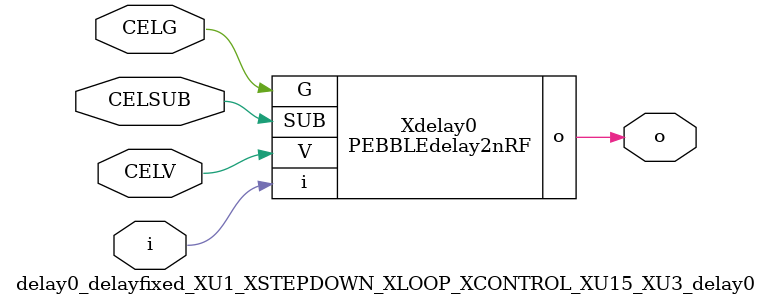
<source format=v>



module PEBBLEdelay2nRF ( o, V, G, i, SUB );

  input V;
  input i;
  input G;
  output o;
  input SUB;
endmodule

//Celera Confidential Do Not Copy delay0_delayfixed_XU1_XSTEPDOWN_XLOOP_XCONTROL_XU15_XU3_delay0
//TYPE: fixed 2ns
module delay0_delayfixed_XU1_XSTEPDOWN_XLOOP_XCONTROL_XU15_XU3_delay0 (i, CELV, o,
CELG,CELSUB);
input CELV;
input i;
output o;
input CELSUB;
input CELG;

//Celera Confidential Do Not Copy delayfast0
PEBBLEdelay2nRF Xdelay0(
.V (CELV),
.i (i),
.o (o),
.G (CELG),
.SUB (CELSUB)
);
//,diesize,PEBBLEdelay2nRF

//Celera Confidential Do Not Copy Module End
//Celera Schematic Generator
endmodule

</source>
